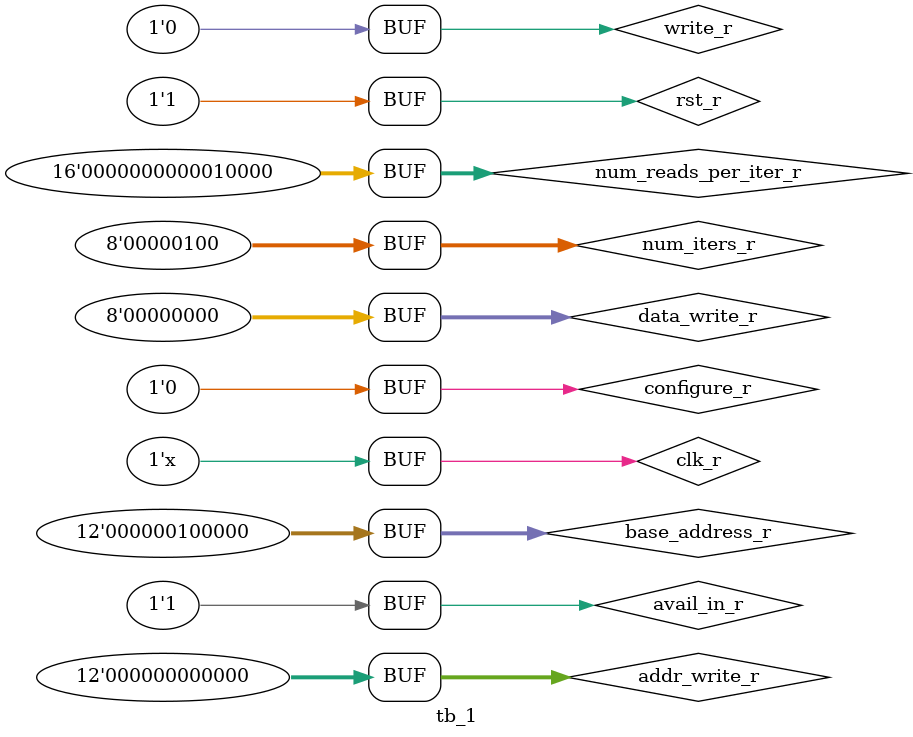
<source format=v>

`define LOG_MAX_ITERS 8
`define LOG_MAX_READS_PER_ITER 16
`define NUM_ADDRESSES 4096
`define LOG_MAX_ADDRESS 12
`define DATA_WIDTH 8


module tb_1;

 // inputs
 reg clk_r;
 reg rst_r;
 reg configure_r;
 reg [`LOG_MAX_ITERS-1:0] num_iters_r;
 reg [`LOG_MAX_READS_PER_ITER-1:0] num_reads_per_iter_r;
 reg [`LOG_MAX_ADDRESS-1:0] base_address_r;
 reg avail_in_r;
 
 reg write_r; // memory used only for reads
 reg [`LOG_MAX_ADDRESS-1:0] addr_write_r;
 reg [`DATA_WIDTH-1:0] data_write_r;
 
 // wires between MEM and READ
 wire                        read_w;
 wire [`LOG_MAX_ADDRESS-1:0] addr_read_w;
 wire [`DATA_WIDTH-1:0]      data_read_w;
 wire                        valid_in_w;

 // outputs
 wire valid_out_w;
 wire [`DATA_WIDTH-1:0] data_out_w;

 MEM #(
   .DATA_WIDTH        ( `DATA_WIDTH      ),
   .NUM_ADDRESSES     ( `NUM_ADDRESSES   ),
   .LOG_MAX_ADDRESS   ( `LOG_MAX_ADDRESS )
 ) mem_0 (
   .clk               ( clk_r        ),
   .rst               ( rst_r        ),
   .data_write        ( data_write_r ),
   .addr_write        ( addr_write_r ),
   .write             ( write_r      ),
   .addr_read         ( addr_read_w  ),
   .read              ( read_w       ),
   .data_read         ( data_read_w  ),
   .valid_out         ( valid_in_w   )
 );

 READ #(
   .DATA_WIDTH             ( `DATA_WIDTH             ),
   .LOG_MAX_ITERS          ( `LOG_MAX_ITERS          ),
   .LOG_MAX_READS_PER_ITER ( `LOG_MAX_READS_PER_ITER ),
   .LOG_MAX_ADDRESS        ( `LOG_MAX_ADDRESS        )
 ) read_0 (
   .clk                    ( clk_r                   ),
   .rst                    ( rst_r                   ),
   .configure              ( configure_r             ),
   .num_iters              ( num_iters_r             ),
   .num_reads_per_iter     ( num_reads_per_iter_r    ),
   .base_address           ( base_address_r          ),
   .valid_in               ( valid_in_w              ),
   .data_in                ( data_read_w             ),
   .address_out            ( addr_read_w             ),
   .request                ( read_w                  ),
   .avail_in               ( avail_in_r              ),
   .valid_out              ( valid_out_w             ),
   .data_out               ( data_out_w              )
 );

always #5 clk_r <= ~clk_r;

initial begin
  rst_r <= 1;
  clk_r <= 0;
  configure_r <= 0;
  num_iters_r <= 4;
  num_reads_per_iter_r <= 16;
  avail_in_r <= 1;
  base_address_r <= 32;
  
  write_r <= 0; // only reads
  addr_write_r <= 0;
  data_write_r <= 0;

  #20 
  rst_r <= 0;

  #20 
  rst_r <= 1;

  #40 
  configure_r <= 1;

  #10
  configure_r <= 0;

end

endmodule







</source>
